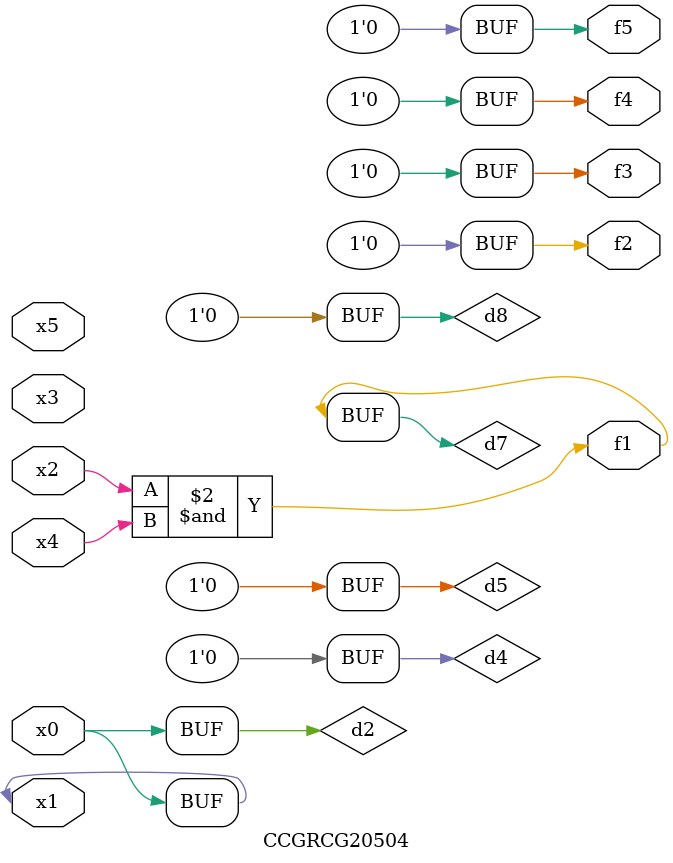
<source format=v>
module CCGRCG20504(
	input x0, x1, x2, x3, x4, x5,
	output f1, f2, f3, f4, f5
);

	wire d1, d2, d3, d4, d5, d6, d7, d8, d9;

	nand (d1, x1);
	buf (d2, x0, x1);
	nand (d3, x2, x4);
	and (d4, d1, d2);
	and (d5, d1, d2);
	nand (d6, d1, d3);
	not (d7, d3);
	xor (d8, d5);
	nor (d9, d5, d6);
	assign f1 = d7;
	assign f2 = d8;
	assign f3 = d8;
	assign f4 = d8;
	assign f5 = d8;
endmodule

</source>
